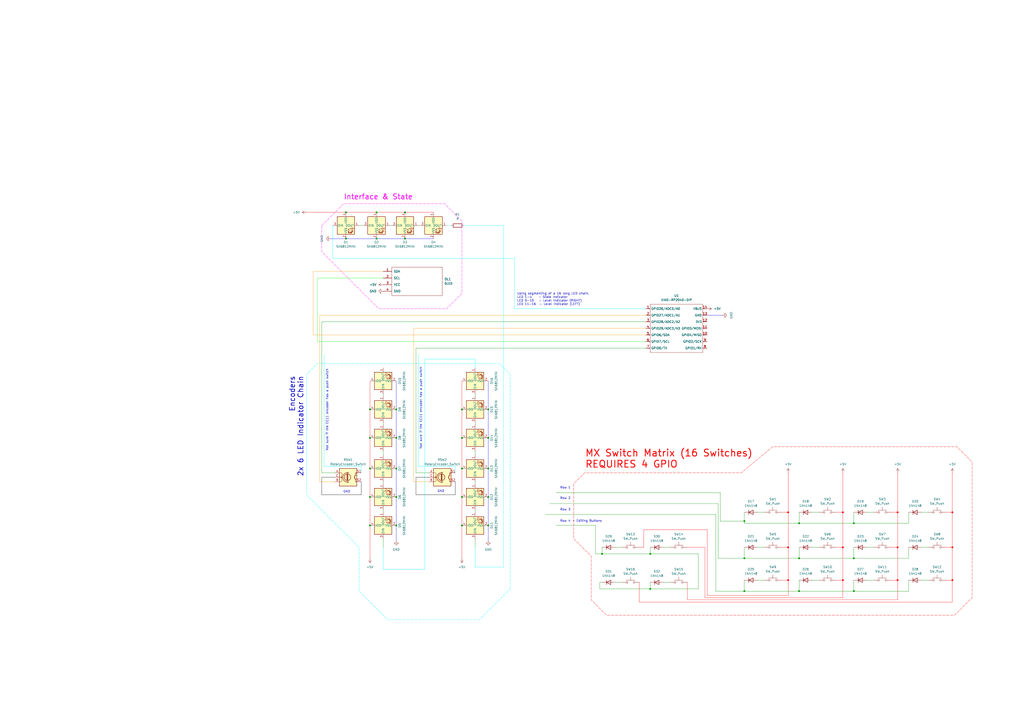
<source format=kicad_sch>
(kicad_sch (version 20250114) (generator "eeschema") (generator_version "9.0")
  (paper "A2")
  (title_block (title "HACKPAD - BRICK") (date "2025-12-01") (company "I.R.I.S - R&D") (comment 1 "Created by Niko Angelo"))
  (lib_symbols
    (symbol "Device:R" (pin_numbers (hide yes)) (pin_names (offset 0))
      (property "Reference" "R" (at 2.032 0 90))
      (property "Value" "R" (at 0 0 90))
      (symbol "R_0_1"
        (rectangle (start -1.016 -2.54) (end 1.016 2.54) (stroke (width 0.254)))
      )
      (symbol "R_1_1"
        (pin passive line (at 0 3.81 270) (length 1.27) (name "~") (number "1"))
        (pin passive line (at 0 -3.81 90) (length 1.27) (name "~") (number "2"))
      )
    )
    (symbol "Device:RotaryEncoder_Switch" (pin_names (offset 0.254) (hide yes))
      (property "Reference" "SW" (at 0 6.604 0))
      (property "Value" "RotaryEncoder_Switch" (at 0 -6.604 0))
      (symbol "RotaryEncoder_Switch_0_1"
        (rectangle (start -5.08 5.08) (end 5.08 -5.08) (stroke (width 0.254)) (fill (type background)))
        (polyline (pts (xy -5.08 2.54) (xy -3.81 2.54) (xy -3.81 2.032)))
        (polyline (pts (xy -5.08 0) (xy -3.81 0) (xy -3.81 -1.016) (xy -3.302 -2.032)))
        (polyline (pts (xy -5.08 -2.54) (xy -3.81 -2.54) (xy -3.81 -2.032)))
        (polyline (pts (xy -4.318 0) (xy -3.81 0) (xy -3.81 1.016) (xy -3.302 2.032)))
        (circle (center -3.81 0) (radius 0.254) (fill (type outline)))
        (polyline (pts (xy -0.635 -1.778) (xy -0.635 1.778)) (stroke (width 0.254)))
        (circle (center -0.381 0) (radius 1.905) (stroke (width 0.254)))
        (polyline (pts (xy -0.381 -1.778) (xy -0.381 1.778)) (stroke (width 0.254)))
        (arc (start -0.381 -2.794) (mid -3.0988 -0.0635) (end -0.381 2.667) (stroke (width 0.254)))
        (polyline (pts (xy -0.127 1.778) (xy -0.127 -1.778)) (stroke (width 0.254)))
        (polyline (pts (xy 0.254 2.921) (xy -0.508 2.667) (xy 0.127 2.286)) (stroke (width 0.254)))
        (polyline (pts (xy 0.254 -3.048) (xy -0.508 -2.794) (xy 0.127 -2.413)) (stroke (width 0.254)))
        (polyline (pts (xy 3.81 1.016) (xy 3.81 -1.016)) (stroke (width 0.254)))
        (polyline (pts (xy 3.81 0) (xy 3.429 0)) (stroke (width 0.254)))
        (circle (center 4.318 1.016) (radius 0.127) (stroke (width 0.254)))
        (circle (center 4.318 -1.016) (radius 0.127) (stroke (width 0.254)))
        (polyline (pts (xy 5.08 2.54) (xy 4.318 2.54) (xy 4.318 1.016)) (stroke (width 0.254)))
        (polyline (pts (xy 5.08 -2.54) (xy 4.318 -2.54) (xy 4.318 -1.016)) (stroke (width 0.254)))
      )
      (symbol "RotaryEncoder_Switch_1_1"
        (pin passive line (at -7.62 2.54 0) (length 2.54) (name "A") (number "A"))
        (pin passive line (at -7.62 0 0) (length 2.54) (name "C") (number "C"))
        (pin passive line (at -7.62 -2.54 0) (length 2.54) (name "B") (number "B"))
        (pin passive line (at 7.62 2.54 180) (length 2.54) (name "S1") (number "S1"))
        (pin passive line (at 7.62 -2.54 180) (length 2.54) (name "S2") (number "S2"))
      )
    )
    (symbol "Diode:1N4148" (pin_numbers (hide yes)) (pin_names (hide yes))
      (property "Reference" "D" (at 0 2.54 0))
      (property "Value" "1N4148" (at 0 -2.54 0))
      (symbol "1N4148_0_1"
        (polyline (pts (xy -1.27 1.27) (xy -1.27 -1.27)) (stroke (width 0.254)))
        (polyline (pts (xy 1.27 1.27) (xy 1.27 -1.27) (xy -1.27 0) (xy 1.27 1.27)) (stroke (width 0.254)))
        (polyline (pts (xy 1.27 0) (xy -1.27 0)))
      )
      (symbol "1N4148_1_1"
        (pin passive line (at -3.81 0 0) (length 2.54) (name "K") (number "1"))
        (pin passive line (at 3.81 0 180) (length 2.54) (name "A") (number "2"))
      )
    )
    (symbol "LED:SK6812MINI" (pin_names (offset 0.254))
      (property "Reference" "D" (at 5.08 5.715 0))
      (property "Value" "SK6812MINI" (at 1.27 -5.715 0))
      (symbol "SK6812MINI_0_0"
        (text "RGB" (at 2.286 -4.191 0) (effects (font (size 0.762 0.762))))
      )
      (symbol "SK6812MINI_0_1"
        (polyline (pts (xy 1.27 -2.54) (xy 1.778 -2.54)))
        (polyline (pts (xy 1.27 -3.556) (xy 1.778 -3.556)))
        (polyline (pts (xy 2.286 -1.524) (xy 1.27 -2.54) (xy 1.27 -2.032)))
        (polyline (pts (xy 2.286 -2.54) (xy 1.27 -3.556) (xy 1.27 -3.048)))
        (polyline (pts (xy 3.683 -1.016) (xy 3.683 -3.556) (xy 3.683 -4.064)))
        (polyline (pts (xy 4.699 -1.524) (xy 2.667 -1.524) (xy 3.683 -3.556) (xy 4.699 -1.524)))
        (polyline (pts (xy 4.699 -3.556) (xy 2.667 -3.556)))
        (rectangle (start 5.08 5.08) (end -5.08 -5.08) (stroke (width 0.254)) (fill (type background)))
      )
      (symbol "SK6812MINI_1_1"
        (pin input line (at -7.62 0 0) (length 2.54) (name "DIN") (number "3"))
        (pin power_in line (at 0 7.62 270) (length 2.54) (name "VDD") (number "4"))
        (pin power_in line (at 0 -7.62 90) (length 2.54) (name "VSS") (number "2"))
        (pin output line (at 7.62 0 180) (length 2.54) (name "DOUT") (number "1"))
      )
    )
    (symbol "Seeed OPL:XIAO-RP2040-DIP"
      (property "Reference" "U" (at 0 0 0))
      (property "Value" "XIAO-RP2040-DIP" (at 5.334 -1.778 0))
      (symbol "XIAO-RP2040-DIP_1_0"
        (polyline (pts (xy -1.27 -2.54) (xy 29.21 -2.54)) (stroke (width 0.1524)))
        (polyline (pts (xy -1.27 -5.08) (xy -2.54 -5.08)) (stroke (width 0.1524)))
        (polyline (pts (xy -1.27 -5.08) (xy -1.27 -2.54)) (stroke (width 0.1524)))
        (polyline (pts (xy -1.27 -8.89) (xy -2.54 -8.89)) (stroke (width 0.1524)))
        (polyline (pts (xy -1.27 -8.89) (xy -1.27 -5.08)) (stroke (width 0.1524)))
        (polyline (pts (xy -1.27 -12.7) (xy -2.54 -12.7)) (stroke (width 0.1524)))
        (polyline (pts (xy -1.27 -12.7) (xy -1.27 -8.89)) (stroke (width 0.1524)))
        (polyline (pts (xy -1.27 -16.51) (xy -2.54 -16.51)) (stroke (width 0.1524)))
        (polyline (pts (xy -1.27 -16.51) (xy -1.27 -12.7)) (stroke (width 0.1524)))
        (polyline (pts (xy -1.27 -20.32) (xy -2.54 -20.32)) (stroke (width 0.1524)))
        (polyline (pts (xy -1.27 -24.13) (xy -2.54 -24.13)) (stroke (width 0.1524)))
        (polyline (pts (xy -1.27 -27.94) (xy -2.54 -27.94)) (stroke (width 0.1524)))
        (polyline (pts (xy -1.27 -30.48) (xy -1.27 -16.51)) (stroke (width 0.1524)))
        (polyline (pts (xy 29.21 -2.54) (xy 29.21 -5.08)) (stroke (width 0.1524)))
        (polyline (pts (xy 29.21 -5.08) (xy 29.21 -8.89)) (stroke (width 0.1524)))
        (polyline (pts (xy 29.21 -8.89) (xy 29.21 -12.7)) (stroke (width 0.1524)))
        (polyline (pts (xy 29.21 -12.7) (xy 29.21 -30.48)) (stroke (width 0.1524)))
        (polyline (pts (xy 29.21 -30.48) (xy -1.27 -30.48)) (stroke (width 0.1524)))
        (polyline (pts (xy 30.48 -5.08) (xy 29.21 -5.08)) (stroke (width 0.1524)))
        (polyline (pts (xy 30.48 -8.89) (xy 29.21 -8.89)) (stroke (width 0.1524)))
        (polyline (pts (xy 30.48 -12.7) (xy 29.21 -12.7)) (stroke (width 0.1524)))
        (polyline (pts (xy 30.48 -16.51) (xy 29.21 -16.51)) (stroke (width 0.1524)))
        (polyline (pts (xy 30.48 -20.32) (xy 29.21 -20.32)) (stroke (width 0.1524)))
        (polyline (pts (xy 30.48 -24.13) (xy 29.21 -24.13)) (stroke (width 0.1524)))
        (polyline (pts (xy 30.48 -27.94) (xy 29.21 -27.94)) (stroke (width 0.1524)))
        (pin passive line (at -3.81 -5.08 0) (length 2.54) (name "GPIO26/ADC0/A0") (number "1"))
        (pin passive line (at -3.81 -8.89 0) (length 2.54) (name "GPIO27/ADC1/A1") (number "2"))
        (pin passive line (at -3.81 -12.7 0) (length 2.54) (name "GPIO28/ADC2/A2") (number "3"))
        (pin passive line (at -3.81 -16.51 0) (length 2.54) (name "GPIO29/ADC3/A3") (number "4"))
        (pin passive line (at -3.81 -20.32 0) (length 2.54) (name "GPIO6/SDA") (number "5"))
        (pin passive line (at -3.81 -24.13 0) (length 2.54) (name "GPIO7/SCL") (number "6"))
        (pin passive line (at -3.81 -27.94 0) (length 2.54) (name "GPIO0/TX") (number "7"))
        (pin passive line (at 31.75 -5.08 180) (length 2.54) (name "VBUS") (number "14"))
        (pin passive line (at 31.75 -8.89 180) (length 2.54) (name "GND") (number "13"))
        (pin passive line (at 31.75 -12.7 180) (length 2.54) (name "3V3") (number "12"))
        (pin passive line (at 31.75 -16.51 180) (length 2.54) (name "GPIO3/MOSI") (number "11"))
        (pin passive line (at 31.75 -20.32 180) (length 2.54) (name "GPIO4/MISO") (number "10"))
        (pin passive line (at 31.75 -24.13 180) (length 2.54) (name "GPIO2/SCK") (number "9"))
        (pin passive line (at 31.75 -27.94 180) (length 2.54) (name "GPIO1/RX") (number "8"))
      )
    )
    (symbol "Switch:SW_Push" (pin_numbers (hide yes)) (pin_names (offset 1.016) (hide yes))
      (property "Reference" "SW" (at 1.27 2.54 0))
      (property "Value" "SW_Push" (at 0 -1.524 0))
      (symbol "SW_Push_0_1"
        (circle (center -2.032 0) (radius 0.508))
        (polyline (pts (xy 0 1.27) (xy 0 3.048)))
        (circle (center 2.032 0) (radius 0.508))
        (polyline (pts (xy 2.54 1.27) (xy -2.54 1.27)))
        (pin passive line (at -5.08 0 0) (length 2.54) (name "1") (number "1"))
        (pin passive line (at 5.08 0 180) (length 2.54) (name "2") (number "2"))
      )
    )
    (symbol "kbd:OLED" (pin_names (offset 1.016))
      (property "Reference" "OL" (at 0 2.54 0))
      (property "Value" "OLED" (at 0 -1.27 0))
      (symbol "OLED_0_1"
        (rectangle (start -13.97 8.89) (end 15.24 -7.62))
      )
      (symbol "OLED_1_1"
        (pin bidirectional line (at -19.05 6.35 0) (length 5.08) (name "SDA") (number "1"))
        (pin bidirectional line (at -19.05 2.54 0) (length 5.08) (name "SCL") (number "2"))
        (pin power_in line (at -19.05 -1.27 0) (length 5.08) (name "VCC") (number "3"))
        (pin power_in line (at -19.05 -5.08 0) (length 5.08) (name "GND") (number "4"))
      )
    )
    (symbol "power:+5V" (power) (pin_numbers (hide yes)) (pin_names (offset 0) (hide yes))
      (property "Value" "+5V" (at 0 3.556 0))
      (symbol "+5V_0_1"
        (polyline (pts (xy -0.762 1.27) (xy 0 2.54)))
        (polyline (pts (xy 0 2.54) (xy 0.762 1.27)))
        (polyline (pts (xy 0 0) (xy 0 2.54)))
      )
      (symbol "+5V_1_1"
        (pin power_in line (at 0 0 90) (length 0) (name "~") (number "1"))
      )
    )
    (symbol "power:GND" (power) (pin_numbers (hide yes)) (pin_names (offset 0) (hide yes))
      (property "Value" "GND" (at 0 -3.81 0))
      (symbol "GND_0_1"
        (polyline (pts (xy 0 0) (xy 0 -1.27) (xy 1.27 -1.27) (xy 0 -2.54) (xy -1.27 -1.27) (xy 0 -1.27)))
      )
      (symbol "GND_1_1"
        (pin power_in line (at 0 0 270) (length 0) (name "~") (number "1"))
      )
    )
  )
  (text "Row 1" (at 324.866 282.956 0) (effects (font (size 1.27 1.27)) (justify left)))
  (text "GND" (at 201.168 285.242 0) (effects (font (size 1.27 1.27))))
  (text "Row 3" (at 324.866 295.656 0) (effects (font (size 1.27 1.27)) (justify left)))
  (text "Row 2" (at 324.866 289.052 0) (effects (font (size 1.27 1.27)) (justify left)))
  (text "Not sure if the EC11 encoder has a push switch" (at 189.738 237.744 90) (effects (font (size 1.27 1.27))))
  (text "Row 4 - Editing Buttons" (at 324.866 302.26 0) (effects (font (size 1.27 1.27)) (justify left)))
  (text "Encoders\n2x 6 LED Indicator Chain" (at 171.958 218.186 90) (effects (font (size 3 3) (thickness 0.375)) (justify right)))
  (text "Using segmenting of a 16 long LED chain.\nLED 1-4    - State Indicator\nLED 5-10   - Level Indicator (RIGHT)\nLED 11-16  - Level Indicator (LEFT)" (at 299.974 173.482 0) (effects (font (size 1.27 1.27)) (justify left)))
  (text "GND" (at 255.778 284.988 0) (effects (font (size 1.27 1.27))))
  (text "MX Switch Matrix (16 Switches)\nREQUIRES 4 GPIO" (at 339.344 266.192 0) (effects (font (size 4 4) (thickness 0.5)) (justify left)))
  (text "Not sure if the EC11 encoder has a push switch" (at 244.094 236.728 90) (effects (font (size 1.27 1.27))))
  (text "Interface & State" (at 219.456 114.3 0) (effects (font (size 3 3) (thickness 0.375))))
  (junction (at 229.87 288.29))
  (junction (at 267.97 271.78))
  (junction (at 283.21 304.8))
  (junction (at 495.3 303.53))
  (junction (at 283.21 237.49))
  (junction (at 457.2 317.5) (color 255 0 0 1))
  (junction (at 488.95 317.5) (color 255 0 0 1))
  (junction (at 218.44 138.43))
  (junction (at 214.63 254))
  (junction (at 200.66 138.43))
  (junction (at 214.63 237.49))
  (junction (at 431.8 302.26))
  (junction (at 214.63 304.8))
  (junction (at 267.97 254))
  (junction (at 229.87 237.49))
  (junction (at 488.95 336.55) (color 255 0 0 1))
  (junction (at 495.3 342.9))
  (junction (at 377.19 321.31))
  (junction (at 214.63 288.29))
  (junction (at 520.7 317.5) (color 255 0 0 1))
  (junction (at 229.87 304.8))
  (junction (at 229.87 271.78))
  (junction (at 214.63 271.78))
  (junction (at 349.25 321.31))
  (junction (at 457.2 336.55) (color 255 0 0 1))
  (junction (at 200.66 123.19))
  (junction (at 267.97 304.8))
  (junction (at 283.21 288.29))
  (junction (at 463.55 303.53))
  (junction (at 283.21 271.78))
  (junction (at 283.21 254))
  (junction (at 234.95 138.43))
  (junction (at 431.8 342.9))
  (junction (at 520.7 297.18) (color 255 0 0 1))
  (junction (at 377.19 341.63))
  (junction (at 463.55 323.85))
  (junction (at 234.95 123.19))
  (junction (at 552.45 297.18) (color 255 0 0 1))
  (junction (at 267.97 288.29))
  (junction (at 495.3 323.85))
  (junction (at 552.45 317.5) (color 255 0 0 1))
  (junction (at 488.95 297.18) (color 255 0 0 1))
  (junction (at 267.97 237.49))
  (junction (at 463.55 342.9))
  (junction (at 552.45 336.55) (color 255 0 0 1))
  (junction (at 218.44 123.19))
  (junction (at 520.7 336.55) (color 255 0 0 1))
  (junction (at 431.8 323.85))
  (junction (at 229.87 254))
  (junction (at 457.2 297.18) (color 255 0 0 1))
  (wire (pts (xy 292.1 130.81) (xy 292.1 328.93)) (stroke (width 0) (color 0 255 255 1)))
  (wire (pts (xy 457.2 345.44) (xy 457.2 336.55)) (stroke (width 0) (color 255 0 0 1)))
  (wire (pts (xy 548.64 297.18) (xy 552.45 297.18)) (stroke (width 0) (color 255 0 0 1)))
  (wire (pts (xy 373.38 307.34) (xy 410.21 307.34)) (stroke (width 0) (color 255 0 0 1)))
  (wire (pts (xy 218.44 138.43) (xy 234.95 138.43)) (stroke (width 0) (color 0 0 255 1)))
  (wire (pts (xy 209.55 279.4) (xy 209.55 287.02)) (stroke (width 0) (color 0 0 0 1)))
  (wire (pts (xy 431.8 342.9) (xy 415.29 342.9)))
  (wire (pts (xy 410.21 307.34) (xy 410.21 345.44)) (stroke (width 0) (color 255 0 0 1)))
  (wire (pts (xy 345.44 321.31) (xy 349.25 321.31)))
  (wire (pts (xy 275.59 317.5) (xy 275.59 312.42)))
  (wire (pts (xy 439.42 297.18) (xy 443.23 297.18)))
  (wire (pts (xy 457.2 274.32) (xy 457.2 297.18)) (stroke (width 0) (color 255 0 0 1)))
  (wire (pts (xy 502.92 317.5) (xy 506.73 317.5)))
  (wire (pts (xy 457.2 317.5) (xy 457.2 336.55)) (stroke (width 0) (color 255 0 0 1)))
  (wire (pts (xy 347.98 341.63) (xy 377.19 341.63)))
  (wire (pts (xy 552.45 317.5) (xy 552.45 336.55)) (stroke (width 0) (color 255 0 0 1)))
  (wire (pts (xy 345.44 321.31) (xy 345.44 304.8)))
  (wire (pts (xy 471.17 317.5) (xy 474.98 317.5)))
  (wire (pts (xy 356.87 337.82) (xy 360.68 337.82)))
  (wire (pts (xy 229.87 271.78) (xy 229.87 254)) (stroke (width 0) (color 0 0 255 1)))
  (wire (pts (xy 240.03 190.5) (xy 240.03 279.4)) (stroke (width 0) (color 255 153 0 1)))
  (wire (pts (xy 200.66 123.19) (xy 218.44 123.19)) (stroke (width 0) (color 255 0 0 1)))
  (wire (pts (xy 298.45 149.86) (xy 298.45 179.07)) (stroke (width 0) (color 0 255 255 1)))
  (wire (pts (xy 516.89 336.55) (xy 520.7 336.55)) (stroke (width 0) (color 255 0 0 1)))
  (wire (pts (xy 398.78 317.5) (xy 408.94 317.5)) (stroke (width 0) (color 255 0 0 1)))
  (wire (pts (xy 218.44 123.19) (xy 234.95 123.19)) (stroke (width 0) (color 255 0 0 1)))
  (wire (pts (xy 177.8 123.19) (xy 200.66 123.19)) (stroke (width 0) (color 255 0 0 1)))
  (wire (pts (xy 405.13 341.63) (xy 377.19 341.63)))
  (wire (pts (xy 264.16 287.02) (xy 241.3 287.02)) (stroke (width 0) (color 0 0 0 1)))
  (wire (pts (xy 267.97 304.8) (xy 267.97 323.85)) (stroke (width 0) (color 255 0 0 1)))
  (wire (pts (xy 186.69 287.02) (xy 186.69 276.86)) (stroke (width 0) (color 0 0 0 1)))
  (wire (pts (xy 520.7 347.98) (xy 520.7 336.55)) (stroke (width 0) (color 255 0 0 1)))
  (wire (pts (xy 495.3 317.5) (xy 495.3 323.85)))
  (wire (pts (xy 527.05 336.55) (xy 527.05 342.9)))
  (wire (pts (xy 234.95 123.19) (xy 234.95 123.777)))
  (wire (pts (xy 214.63 288.29) (xy 214.63 271.78)) (stroke (width 0) (color 255 0 0 1)))
  (wire (pts (xy 485.14 336.55) (xy 488.95 336.55)) (stroke (width 0) (color 255 0 0 1)))
  (wire (pts (xy 408.94 346.71) (xy 488.95 346.71)) (stroke (width 0) (color 255 0 0 1)))
  (wire (pts (xy 222.25 317.5) (xy 222.25 330.2)) (stroke (width 0) (color 0 255 255 1)))
  (wire (pts (xy 222.25 157.48) (xy 181.61 157.48)) (stroke (width 0) (color 255 153 0 1)))
  (wire (pts (xy 534.67 297.18) (xy 538.48 297.18)))
  (wire (pts (xy 209.55 274.32) (xy 209.55 270.51)) (stroke (width 0) (color 0 255 255 1)))
  (wire (pts (xy 552.45 274.32) (xy 552.45 297.18)) (stroke (width 0) (color 255 0 0 1)))
  (wire (pts (xy 186.69 186.69) (xy 374.65 186.69)))
  (wire (pts (xy 222.25 246.38) (xy 222.25 245.11)))
  (wire (pts (xy 283.21 271.78) (xy 283.21 254)) (stroke (width 0) (color 0 0 255 1)))
  (wire (pts (xy 275.59 208.28) (xy 246.38 208.28)) (stroke (width 0) (color 0 255 255 1)))
  (wire (pts (xy 185.42 182.88) (xy 374.65 182.88)) (stroke (width 0) (color 255 153 0 1)))
  (wire (pts (xy 488.95 297.18) (xy 488.95 317.5)) (stroke (width 0) (color 255 0 0 1)))
  (wire (pts (xy 267.97 237.49) (xy 268.557 237.49)))
  (wire (pts (xy 463.55 317.5) (xy 463.55 323.85)))
  (wire (pts (xy 384.81 337.82) (xy 388.62 337.82)))
  (wire (pts (xy 185.42 182.88) (xy 185.42 279.4)) (stroke (width 0) (color 255 153 0 1)))
  (wire (pts (xy 431.8 303.53) (xy 463.55 303.53)))
  (wire (pts (xy 405.13 321.31) (xy 405.13 341.63)))
  (wire (pts (xy 431.8 323.85) (xy 463.55 323.85)))
  (wire (pts (xy 408.94 317.5) (xy 408.94 346.71)) (stroke (width 0) (color 255 0 0 1)))
  (wire (pts (xy 194.31 274.32) (xy 186.69 274.32)))
  (wire (pts (xy 275.59 213.36) (xy 275.59 208.28)) (stroke (width 0) (color 0 255 255 1)))
  (wire (pts (xy 485.14 317.5) (xy 488.95 317.5)) (stroke (width 0) (color 255 0 0 1)))
  (wire (pts (xy 318.77 292.1) (xy 416.56 292.1)))
  (wire (pts (xy 241.3 287.02) (xy 241.3 276.86)) (stroke (width 0) (color 0 0 0 1)))
  (wire (pts (xy 463.55 342.9) (xy 495.3 342.9)))
  (wire (pts (xy 463.55 336.55) (xy 463.55 342.9)))
  (wire (pts (xy 229.87 304.8) (xy 229.87 288.29)) (stroke (width 0) (color 0 0 255 1)))
  (wire (pts (xy 527.05 297.18) (xy 527.05 303.53)))
  (wire (pts (xy 229.87 237.49) (xy 229.87 220.98)) (stroke (width 0) (color 0 0 255 1)))
  (wire (pts (xy 234.95 138.43) (xy 251.46 138.43)) (stroke (width 0) (color 0 0 255 1)))
  (wire (pts (xy 209.55 270.51) (xy 187.96 270.51)) (stroke (width 0) (color 0 255 255 1)))
  (wire (pts (xy 410.21 182.88) (xy 419.1 182.88)) (stroke (width 0) (color 0 0 255 1)))
  (wire (pts (xy 431.8 317.5) (xy 431.8 323.85)))
  (wire (pts (xy 214.63 271.78) (xy 214.63 254)) (stroke (width 0) (color 255 0 0 1)))
  (wire (pts (xy 322.58 304.8) (xy 345.44 304.8)))
  (wire (pts (xy 186.69 276.86) (xy 194.31 276.86)) (stroke (width 0) (color 0 0 0 1)))
  (wire (pts (xy 275.59 264.16) (xy 275.59 261.62)))
  (wire (pts (xy 241.3 201.93) (xy 374.65 201.93)))
  (wire (pts (xy 214.63 254) (xy 214.63 237.49)) (stroke (width 0) (color 255 0 0 1)))
  (wire (pts (xy 347.98 337.82) (xy 349.25 337.82)))
  (wire (pts (xy 283.21 304.8) (xy 283.21 288.29)) (stroke (width 0) (color 0 0 255 1)))
  (wire (pts (xy 552.45 349.25) (xy 552.45 336.55)) (stroke (width 0) (color 255 0 0 1)))
  (wire (pts (xy 267.97 220.98) (xy 267.97 237.49)) (stroke (width 0) (color 255 0 0 1)))
  (wire (pts (xy 248.92 279.4) (xy 240.03 279.4)) (stroke (width 0) (color 255 153 0 1)))
  (wire (pts (xy 495.3 303.53) (xy 527.05 303.53)))
  (wire (pts (xy 495.3 297.18) (xy 495.3 303.53)))
  (wire (pts (xy 184.15 161.29) (xy 184.15 198.12)) (stroke (width 0) (color 0 255 0 1)))
  (wire (pts (xy 416.56 323.85) (xy 416.56 292.1)))
  (wire (pts (xy 373.38 317.5) (xy 373.38 307.34)) (stroke (width 0) (color 255 0 0 1)))
  (wire (pts (xy 495.3 336.55) (xy 495.3 342.9)))
  (wire (pts (xy 246.38 208.28) (xy 246.38 330.2)) (stroke (width 0) (color 0 255 255 1)))
  (wire (pts (xy 222.25 280.67) (xy 222.25 279.4)))
  (wire (pts (xy 488.95 317.5) (xy 488.95 336.55)) (stroke (width 0) (color 255 0 0 1)))
  (wire (pts (xy 214.63 237.49) (xy 215.217 237.49)))
  (wire (pts (xy 398.78 347.98) (xy 520.7 347.98)) (stroke (width 0) (color 255 0 0 1)))
  (wire (pts (xy 370.84 337.82) (xy 370.84 349.25)) (stroke (width 0) (color 255 0 0 1)))
  (wire (pts (xy 181.61 157.48) (xy 181.61 194.31)) (stroke (width 0) (color 255 153 0 1)))
  (wire (pts (xy 453.39 317.5) (xy 457.2 317.5)) (stroke (width 0) (color 255 0 0 1)))
  (wire (pts (xy 457.2 297.18) (xy 457.2 317.5)) (stroke (width 0) (color 255 0 0 1)))
  (wire (pts (xy 222.25 317.5) (xy 222.25 312.42)))
  (wire (pts (xy 384.81 317.5) (xy 388.62 317.5)))
  (wire (pts (xy 431.8 336.55) (xy 431.8 342.9)))
  (wire (pts (xy 453.39 336.55) (xy 457.2 336.55)) (stroke (width 0) (color 255 0 0 1)))
  (wire (pts (xy 267.97 288.29) (xy 267.97 271.78)) (stroke (width 0) (color 255 0 0 1)))
  (wire (pts (xy 267.97 254) (xy 267.97 237.49)) (stroke (width 0) (color 255 0 0 1)))
  (wire (pts (xy 222.25 297.18) (xy 222.25 295.91)))
  (wire (pts (xy 316.23 298.45) (xy 415.29 298.45)))
  (wire (pts (xy 471.17 297.18) (xy 474.98 297.18)))
  (wire (pts (xy 471.17 336.55) (xy 474.98 336.55)))
  (wire (pts (xy 377.19 321.31) (xy 405.13 321.31)))
  (wire (pts (xy 229.87 254) (xy 229.87 237.49)) (stroke (width 0) (color 0 0 255 1)))
  (wire (pts (xy 208.28 130.81) (xy 210.82 130.81)))
  (wire (pts (xy 275.59 229.87) (xy 275.59 228.6)))
  (wire (pts (xy 200.66 138.43) (xy 218.44 138.43)) (stroke (width 0) (color 0 0 255 1)))
  (wire (pts (xy 193.04 149.86) (xy 298.45 149.86)) (stroke (width 0) (color 0 255 255 1)))
  (wire (pts (xy 516.89 317.5) (xy 520.7 317.5)) (stroke (width 0) (color 255 0 0 1)))
  (wire (pts (xy 495.3 323.85) (xy 527.05 323.85)))
  (wire (pts (xy 269.24 130.81) (xy 292.1 130.81)) (stroke (width 0) (color 0 255 255 1)))
  (wire (pts (xy 184.15 198.12) (xy 374.65 198.12)) (stroke (width 0) (color 0 255 0 1)))
  (wire (pts (xy 502.92 336.55) (xy 506.73 336.55)))
  (wire (pts (xy 552.45 297.18) (xy 552.45 317.5)) (stroke (width 0) (color 255 0 0 1)))
  (wire (pts (xy 283.21 254) (xy 283.21 237.49)) (stroke (width 0) (color 0 0 255 1)))
  (wire (pts (xy 439.42 336.55) (xy 443.23 336.55)))
  (wire (pts (xy 488.95 297.18) (xy 485.14 297.18)) (stroke (width 0) (color 255 0 0 1)))
  (wire (pts (xy 548.64 317.5) (xy 552.45 317.5)) (stroke (width 0) (color 255 0 0 1)))
  (wire (pts (xy 229.87 304.8) (xy 229.87 313.69)) (stroke (width 0) (color 0 0 255 1)))
  (wire (pts (xy 488.95 346.71) (xy 488.95 336.55)) (stroke (width 0) (color 255 0 0 1)))
  (wire (pts (xy 186.69 186.69) (xy 186.69 274.32)))
  (wire (pts (xy 193.04 130.81) (xy 193.04 149.86)) (stroke (width 0) (color 0 255 255 1)))
  (wire (pts (xy 181.61 194.31) (xy 374.65 194.31)) (stroke (width 0) (color 255 153 0 1)))
  (wire (pts (xy 495.3 342.9) (xy 527.05 342.9)))
  (wire (pts (xy 214.63 220.98) (xy 214.63 237.49)) (stroke (width 0) (color 255 0 0 1)))
  (wire (pts (xy 463.55 297.18) (xy 463.55 303.53)))
  (wire (pts (xy 463.55 303.53) (xy 495.3 303.53)))
  (wire (pts (xy 431.8 323.85) (xy 416.56 323.85)))
  (wire (pts (xy 240.03 190.5) (xy 374.65 190.5)) (stroke (width 0) (color 255 153 0 1)))
  (wire (pts (xy 548.64 336.55) (xy 552.45 336.55)) (stroke (width 0) (color 255 0 0 1)))
  (wire (pts (xy 283.21 304.8) (xy 283.21 313.69)) (stroke (width 0) (color 0 0 255 1)))
  (wire (pts (xy 242.57 130.81) (xy 243.84 130.81)))
  (wire (pts (xy 431.8 302.26) (xy 417.83 302.26)))
  (wire (pts (xy 241.3 201.93) (xy 241.3 274.32)))
  (wire (pts (xy 241.3 276.86) (xy 248.92 276.86)) (stroke (width 0) (color 0 0 0 1)))
  (wire (pts (xy 200.66 138.43) (xy 191.77 138.43)) (stroke (width 0) (color 0 0 255 1)))
  (wire (pts (xy 502.92 297.18) (xy 506.73 297.18)))
  (wire (pts (xy 398.78 337.82) (xy 398.78 347.98)) (stroke (width 0) (color 255 0 0 1)))
  (wire (pts (xy 275.59 246.38) (xy 275.59 245.11)))
  (wire (pts (xy 214.63 288.29) (xy 214.63 304.8)) (stroke (width 0) (color 255 0 0 1)))
  (wire (pts (xy 534.67 317.5) (xy 538.48 317.5)))
  (wire (pts (xy 431.8 342.9) (xy 463.55 342.9)))
  (wire (pts (xy 283.21 237.49) (xy 283.21 220.98)) (stroke (width 0) (color 0 0 255 1)))
  (wire (pts (xy 229.87 288.29) (xy 229.87 271.78)) (stroke (width 0) (color 0 0 255 1)))
  (wire (pts (xy 463.55 323.85) (xy 495.3 323.85)))
  (wire (pts (xy 248.92 274.32) (xy 241.3 274.32)))
  (wire (pts (xy 275.59 280.67) (xy 275.59 279.4)))
  (wire (pts (xy 356.87 317.5) (xy 360.68 317.5)))
  (wire (pts (xy 275.59 297.18) (xy 275.59 295.91)))
  (wire (pts (xy 267.97 288.29) (xy 267.97 304.8)) (stroke (width 0) (color 255 0 0 1)))
  (wire (pts (xy 246.38 330.2) (xy 222.25 330.2)) (stroke (width 0) (color 0 255 255 1)))
  (wire (pts (xy 415.29 342.9) (xy 415.29 298.45)))
  (wire (pts (xy 377.19 341.63) (xy 377.19 337.82)))
  (wire (pts (xy 534.67 336.55) (xy 538.48 336.55)))
  (wire (pts (xy 370.84 317.5) (xy 373.38 317.5)) (stroke (width 0) (color 255 0 0 1)))
  (wire (pts (xy 349.25 317.5) (xy 349.25 321.31)))
  (wire (pts (xy 453.39 297.18) (xy 457.2 297.18)) (stroke (width 0) (color 255 0 0 1)))
  (wire (pts (xy 267.97 271.78) (xy 267.97 254)) (stroke (width 0) (color 255 0 0 1)))
  (wire (pts (xy 347.98 337.82) (xy 347.98 341.63)))
  (wire (pts (xy 431.8 297.18) (xy 431.8 302.26)))
  (wire (pts (xy 275.59 317.5) (xy 275.59 328.93)) (stroke (width 0) (color 0 255 255 1)))
  (wire (pts (xy 322.58 285.75) (xy 417.83 285.75)))
  (wire (pts (xy 209.55 287.02) (xy 186.69 287.02)) (stroke (width 0) (color 0 0 0 1)))
  (wire (pts (xy 527.05 317.5) (xy 527.05 323.85)))
  (wire (pts (xy 242.57 205.74) (xy 242.57 270.51)) (stroke (width 0) (color 0 255 255 1)))
  (wire (pts (xy 222.25 229.87) (xy 222.25 228.6)))
  (wire (pts (xy 214.63 304.8) (xy 214.63 323.85)) (stroke (width 0) (color 255 0 0 1)))
  (wire (pts (xy 488.95 274.32) (xy 488.95 297.18)) (stroke (width 0) (color 255 0 0 1)))
  (wire (pts (xy 298.45 179.07) (xy 374.65 179.07)) (stroke (width 0) (color 0 255 255 1)))
  (wire (pts (xy 264.16 274.32) (xy 264.16 270.51)) (stroke (width 0) (color 0 255 255 1)))
  (wire (pts (xy 187.96 205.74) (xy 187.96 270.51)) (stroke (width 0) (color 0 255 255 1)))
  (wire (pts (xy 377.19 317.5) (xy 377.19 321.31)))
  (wire (pts (xy 251.46 123.19) (xy 234.95 123.19)) (stroke (width 0) (color 255 0 0 1)))
  (wire (pts (xy 370.84 349.25) (xy 552.45 349.25)) (stroke (width 0) (color 255 0 0 1)))
  (wire (pts (xy 439.42 317.5) (xy 443.23 317.5)))
  (wire (pts (xy 222.25 161.29) (xy 184.15 161.29)) (stroke (width 0) (color 0 255 0 1)))
  (wire (pts (xy 222.25 264.16) (xy 222.25 261.62)))
  (wire (pts (xy 194.31 279.4) (xy 185.42 279.4)) (stroke (width 0) (color 255 153 0 1)))
  (wire (pts (xy 226.06 130.81) (xy 227.33 130.81)))
  (wire (pts (xy 520.7 317.5) (xy 520.7 336.55)) (stroke (width 0) (color 255 0 0 1)))
  (wire (pts (xy 520.7 297.18) (xy 520.7 317.5)) (stroke (width 0) (color 255 0 0 1)))
  (wire (pts (xy 431.8 302.26) (xy 431.8 303.53)))
  (wire (pts (xy 264.16 279.4) (xy 264.16 287.02)) (stroke (width 0) (color 0 0 0 1)))
  (wire (pts (xy 410.21 345.44) (xy 457.2 345.44)) (stroke (width 0) (color 255 0 0 1)))
  (wire (pts (xy 259.08 130.81) (xy 261.62 130.81)) (stroke (width 0) (color 0 255 255 1)))
  (wire (pts (xy 516.89 297.18) (xy 520.7 297.18)) (stroke (width 0) (color 255 0 0 1)))
  (wire (pts (xy 417.83 302.26) (xy 417.83 285.75)))
  (wire (pts (xy 349.25 321.31) (xy 377.19 321.31)))
  (wire (pts (xy 292.1 328.93) (xy 275.59 328.93)) (stroke (width 0) (color 0 255 255 1)))
  (wire (pts (xy 283.21 288.29) (xy 283.21 271.78)) (stroke (width 0) (color 0 0 255 1)))
  (wire (pts (xy 520.7 274.32) (xy 520.7 297.18)) (stroke (width 0) (color 255 0 0 1)))
  (wire (pts (xy 264.16 270.51) (xy 242.57 270.51)) (stroke (width 0) (color 0 255 255 1)))
  (rule_area (polyline (pts (xy 332.74 280.67) (xy 332.74 312.42) (xy 342.9 322.58) (xy 342.9 347.98) (xy 351.79 356.87) (xy 553.72 356.87) (xy 563.88 346.71) (xy 563.88 267.97) (xy 554.99 259.08) (xy 448.31 259.08) (xy 429.895 274.32) (xy 344.805 274.32) (xy 340.36 274.32) (xy 339.09 274.32)) (stroke (width 0) (type dash))))
  (rule_area (polyline (pts (xy 186.69 130.81) (xy 199.39 118.11) (xy 257.81 118.11) (xy 267.97 128.27) (xy 267.97 170.18) (xy 259.08 179.07) (xy 219.71 179.07) (xy 186.69 146.05) (xy 186.69 146.05)) (stroke (width 0) (type dash) (color 255 0 255 1))))
  (rule_area (polyline (pts (xy 295.91 341.63) (xy 295.91 217.17) (xy 289.56 210.82) (xy 184.15 210.82) (xy 177.8 217.17) (xy 177.8 287.02) (xy 208.28 317.5) (xy 208.28 342.9) (xy 224.79 359.41) (xy 278.13 359.41)) (stroke (width 0) (type dash) (color 0 255 255 1))))
  (symbol (lib_id "LED:SK6812MINI") (at 275.59 220.98 90) (unit 1)
    (property "Reference" "D16" (at 285.242 220.98 0))
    (property "Value" "SK6812MINI" (at 287.782 220.98 0))
    (property "Footprint" "LED_SMD:LED_SK6812MINI_PLCC4_3.5x3.5mm_P1.75mm" (effects (hide yes)))
    (property "Datasheet" "https://cdn-shop.adafruit.com/product-files/2686/SK6812MINI_REV.01-1-2.pdf" (effects (hide yes)))
    (property "Description" "RGB LED with integrated controller" (effects (hide yes)))
  )
  (symbol (lib_id "Switch:SW_Push") (at 448.31 297.18 0) (unit 1)
    (property "Reference" "SW1" (at 448.31 289.56 0))
    (property "Value" "SW_Push" (at 448.31 292.1 0))
    (property "Footprint" "Button_Switch_Keyboard:SW_Cherry_MX_1.00u_PCB" (effects (hide yes)))
    (property "Description" "Push button switch, generic, two pins" (effects (hide yes)))
  )
  (symbol (lib_id "LED:SK6812MINI") (at 222.25 237.49 90) (unit 1)
    (property "Reference" "D9" (at 231.902 237.49 0))
    (property "Value" "SK6812MINI" (at 234.442 237.49 0))
    (property "Footprint" "LED_SMD:LED_SK6812MINI_PLCC4_3.5x3.5mm_P1.75mm" (effects (hide yes)))
    (property "Datasheet" "https://cdn-shop.adafruit.com/product-files/2686/SK6812MINI_REV.01-1-2.pdf" (effects (hide yes)))
    (property "Description" "RGB LED with integrated controller" (effects (hide yes)))
  )
  (symbol (lib_id "LED:SK6812MINI") (at 222.25 254 90) (unit 1)
    (property "Reference" "D8" (at 231.902 254 0))
    (property "Value" "SK6812MINI" (at 234.442 254 0))
    (property "Footprint" "LED_SMD:LED_SK6812MINI_PLCC4_3.5x3.5mm_P1.75mm" (effects (hide yes)))
    (property "Datasheet" "https://cdn-shop.adafruit.com/product-files/2686/SK6812MINI_REV.01-1-2.pdf" (effects (hide yes)))
    (property "Description" "RGB LED with integrated controller" (effects (hide yes)))
  )
  (symbol (lib_id "power:GND") (at 419.1 182.88 90) (unit 1)
    (property "Reference" "#PWR011" (effects (hide yes)))
    (property "Value" "GND" (at 424.18 182.88 0))
    (property "Description" "Power symbol creates a global label with name \"GND\" , ground" (effects (hide yes)))
  )
  (symbol (lib_id "power:+5V") (at 520.7 274.32 0) (unit 1)
    (property "Reference" "#PWR07" (effects (hide yes)))
    (property "Value" "+5V" (at 520.7 269.24 0))
    (property "Description" "Power symbol creates a global label with name \"+5V\"" (effects (hide yes)))
  )
  (symbol (lib_id "LED:SK6812MINI") (at 251.46 130.81 0) (unit 1)
    (property "Reference" "D4" (at 251.46 140.462 0))
    (property "Value" "SK6812MINI" (at 251.46 143.002 0))
    (property "Footprint" "LED_SMD:LED_SK6812MINI_PLCC4_3.5x3.5mm_P1.75mm" (effects (hide yes)))
    (property "Datasheet" "https://cdn-shop.adafruit.com/product-files/2686/SK6812MINI_REV.01-1-2.pdf" (effects (hide yes)))
    (property "Description" "RGB LED with integrated controller" (effects (hide yes)))
  )
  (symbol (lib_id "power:+5V") (at 177.8 123.19 90) (unit 1)
    (property "Reference" "#PWR09" (effects (hide yes)))
    (property "Value" "+5V" (at 173.99 123.1899 90) (effects (justify left)))
    (property "Description" "Power symbol creates a global label with name \"+5V\"" (effects (hide yes)))
  )
  (symbol (lib_id "Switch:SW_Push") (at 543.56 336.55 0) (unit 1)
    (property "Reference" "SW12" (at 543.56 328.93 0))
    (property "Value" "SW_Push" (at 543.56 331.47 0))
    (property "Footprint" "Button_Switch_Keyboard:SW_Cherry_MX_1.00u_PCB" (effects (hide yes)))
    (property "Description" "Push button switch, generic, two pins" (effects (hide yes)))
  )
  (symbol (lib_id "Diode:1N4148") (at 530.86 336.55 0) (unit 1)
    (property "Reference" "D28" (at 530.86 330.2 0))
    (property "Value" "1N4148" (at 530.86 332.74 0))
    (property "Footprint" "Diode_THT:D_DO-35_SOD27_P7.62mm_Horizontal" (effects (hide yes)))
    (property "Datasheet" "https://assets.nexperia.com/documents/data-sheet/1N4148_1N4448.pdf" (effects (hide yes)))
    (property "Description" "100V 0.15A standard switching diode, DO-35" (effects (hide yes)))
    (property "Sim.Device" "D" (effects (hide yes)))
    (property "Sim.Pins" "1=K 2=A" (effects (hide yes)))
  )
  (symbol (lib_id "kbd:OLED") (at 241.3 163.83 0) (unit 1)
    (property "Reference" "OL1" (at 257.81 161.925 0) (effects (font (size 1.2954 1.2954)) (justify left)))
    (property "Value" "OLED" (at 257.81 164.465 0) (effects (font (size 1.1938 1.1938)) (justify left)))
    (property "Footprint" "KiCad-SSD1306-0.91-OLED-4pin-128x32:SSD1306-0.91-OLED-4pin-128x32" (effects (hide yes)))
  )
  (symbol (lib_id "Diode:1N4148") (at 435.61 297.18 0) (unit 1)
    (property "Reference" "D17" (at 435.61 290.83 0))
    (property "Value" "1N4148" (at 435.61 293.37 0))
    (property "Footprint" "Diode_THT:D_DO-35_SOD27_P7.62mm_Horizontal" (effects (hide yes)))
    (property "Datasheet" "https://assets.nexperia.com/documents/data-sheet/1N4148_1N4448.pdf" (effects (hide yes)))
    (property "Description" "100V 0.15A standard switching diode, DO-35" (effects (hide yes)))
    (property "Sim.Device" "D" (effects (hide yes)))
    (property "Sim.Pins" "1=K 2=A" (effects (hide yes)))
  )
  (symbol (lib_id "LED:SK6812MINI") (at 222.25 220.98 90) (unit 1)
    (property "Reference" "D10" (at 231.902 220.98 0))
    (property "Value" "SK6812MINI" (at 234.442 220.98 0))
    (property "Footprint" "LED_SMD:LED_SK6812MINI_PLCC4_3.5x3.5mm_P1.75mm" (effects (hide yes)))
    (property "Datasheet" "https://cdn-shop.adafruit.com/product-files/2686/SK6812MINI_REV.01-1-2.pdf" (effects (hide yes)))
    (property "Description" "RGB LED with integrated controller" (effects (hide yes)))
  )
  (symbol (lib_id "Switch:SW_Push") (at 543.56 317.5 0) (unit 1)
    (property "Reference" "SW8" (at 543.56 309.88 0))
    (property "Value" "SW_Push" (at 543.56 312.42 0))
    (property "Footprint" "Button_Switch_Keyboard:SW_Cherry_MX_1.00u_PCB" (effects (hide yes)))
    (property "Description" "Push button switch, generic, two pins" (effects (hide yes)))
  )
  (symbol (lib_id "Diode:1N4148") (at 353.06 337.82 0) (unit 1)
    (property "Reference" "D31" (at 353.06 331.47 0))
    (property "Value" "1N4148" (at 353.06 334.01 0))
    (property "Footprint" "Diode_THT:D_DO-35_SOD27_P7.62mm_Horizontal" (effects (hide yes)))
    (property "Datasheet" "https://assets.nexperia.com/documents/data-sheet/1N4148_1N4448.pdf" (effects (hide yes)))
    (property "Description" "100V 0.15A standard switching diode, DO-35" (effects (hide yes)))
    (property "Sim.Device" "D" (effects (hide yes)))
    (property "Sim.Pins" "1=K 2=A" (effects (hide yes)))
  )
  (symbol (lib_id "Switch:SW_Push") (at 543.56 297.18 0) (unit 1)
    (property "Reference" "SW4" (at 543.56 289.56 0))
    (property "Value" "SW_Push" (at 543.56 292.1 0))
    (property "Footprint" "Button_Switch_Keyboard:SW_Cherry_MX_1.00u_PCB" (effects (hide yes)))
    (property "Description" "Push button switch, generic, two pins" (effects (hide yes)))
  )
  (symbol (lib_id "power:+5V") (at 267.97 323.85 180) (unit 1)
    (property "Reference" "#PWR04" (effects (hide yes)))
    (property "Value" "+5V" (at 267.97 328.93 0))
    (property "Description" "Power symbol creates a global label with name \"+5V\"" (effects (hide yes)))
  )
  (symbol (lib_id "Switch:SW_Push") (at 448.31 317.5 0) (unit 1)
    (property "Reference" "SW5" (at 448.31 309.88 0))
    (property "Value" "SW_Push" (at 448.31 312.42 0))
    (property "Footprint" "Button_Switch_Keyboard:SW_Cherry_MX_1.00u_PCB" (effects (hide yes)))
    (property "Description" "Push button switch, generic, two pins" (effects (hide yes)))
  )
  (symbol (lib_id "Device:R") (at 265.43 130.81 90) (unit 1)
    (property "Reference" "R1" (at 265.43 124.46 90))
    (property "Value" "R" (at 265.43 127 90))
    (property "Footprint" "Resistor_SMD:R_0201_0603Metric" (effects (hide yes)))
    (property "Description" "Resistor" (effects (hide yes)))
  )
  (symbol (lib_id "LED:SK6812MINI") (at 222.25 304.8 90) (unit 1)
    (property "Reference" "D5" (at 231.902 304.8 0))
    (property "Value" "SK6812MINI" (at 234.442 304.8 0))
    (property "Footprint" "LED_SMD:LED_SK6812MINI_PLCC4_3.5x3.5mm_P1.75mm" (effects (hide yes)))
    (property "Datasheet" "https://cdn-shop.adafruit.com/product-files/2686/SK6812MINI_REV.01-1-2.pdf" (effects (hide yes)))
    (property "Description" "RGB LED with integrated controller" (effects (hide yes)))
  )
  (symbol (lib_id "LED:SK6812MINI") (at 275.59 288.29 90) (unit 1)
    (property "Reference" "D12" (at 285.242 288.29 0))
    (property "Value" "SK6812MINI" (at 287.782 288.29 0))
    (property "Footprint" "LED_SMD:LED_SK6812MINI_PLCC4_3.5x3.5mm_P1.75mm" (effects (hide yes)))
    (property "Datasheet" "https://cdn-shop.adafruit.com/product-files/2686/SK6812MINI_REV.01-1-2.pdf" (effects (hide yes)))
    (property "Description" "RGB LED with integrated controller" (effects (hide yes)))
  )
  (symbol (lib_id "Diode:1N4148") (at 499.11 317.5 0) (unit 1)
    (property "Reference" "D23" (at 499.11 311.15 0))
    (property "Value" "1N4148" (at 499.11 313.69 0))
    (property "Footprint" "Diode_THT:D_DO-35_SOD27_P7.62mm_Horizontal" (effects (hide yes)))
    (property "Datasheet" "https://assets.nexperia.com/documents/data-sheet/1N4148_1N4448.pdf" (effects (hide yes)))
    (property "Description" "100V 0.15A standard switching diode, DO-35" (effects (hide yes)))
    (property "Sim.Device" "D" (effects (hide yes)))
    (property "Sim.Pins" "1=K 2=A" (effects (hide yes)))
  )
  (symbol (lib_id "Switch:SW_Push") (at 365.76 317.5 0) (unit 1)
    (property "Reference" "SW13" (at 365.76 309.88 0))
    (property "Value" "SW_Push" (at 365.76 312.42 0))
    (property "Footprint" "Button_Switch_Keyboard:SW_Cherry_MX_1.00u_PCB" (effects (hide yes)))
    (property "Description" "Push button switch, generic, two pins" (effects (hide yes)))
  )
  (symbol (lib_id "Switch:SW_Push") (at 480.06 317.5 0) (unit 1)
    (property "Reference" "SW6" (at 480.06 309.88 0))
    (property "Value" "SW_Push" (at 480.06 312.42 0))
    (property "Footprint" "Button_Switch_Keyboard:SW_Cherry_MX_1.00u_PCB" (effects (hide yes)))
    (property "Description" "Push button switch, generic, two pins" (effects (hide yes)))
  )
  (symbol (lib_id "Diode:1N4148") (at 381 337.82 0) (unit 1)
    (property "Reference" "D32" (at 381 331.47 0))
    (property "Value" "1N4148" (at 381 334.01 0))
    (property "Footprint" "Diode_THT:D_DO-35_SOD27_P7.62mm_Horizontal" (effects (hide yes)))
    (property "Datasheet" "https://assets.nexperia.com/documents/data-sheet/1N4148_1N4448.pdf" (effects (hide yes)))
    (property "Description" "100V 0.15A standard switching diode, DO-35" (effects (hide yes)))
    (property "Sim.Device" "D" (effects (hide yes)))
    (property "Sim.Pins" "1=K 2=A" (effects (hide yes)))
  )
  (symbol (lib_id "power:+5V") (at 214.63 323.85 180) (unit 1)
    (property "Reference" "#PWR03" (effects (hide yes)))
    (property "Value" "+5V" (at 214.63 328.93 0))
    (property "Description" "Power symbol creates a global label with name \"+5V\"" (effects (hide yes)))
  )
  (symbol (lib_id "Diode:1N4148") (at 467.36 317.5 0) (unit 1)
    (property "Reference" "D22" (at 467.36 311.15 0))
    (property "Value" "1N4148" (at 467.36 313.69 0))
    (property "Footprint" "Diode_THT:D_DO-35_SOD27_P7.62mm_Horizontal" (effects (hide yes)))
    (property "Datasheet" "https://assets.nexperia.com/documents/data-sheet/1N4148_1N4448.pdf" (effects (hide yes)))
    (property "Description" "100V 0.15A standard switching diode, DO-35" (effects (hide yes)))
    (property "Sim.Device" "D" (effects (hide yes)))
    (property "Sim.Pins" "1=K 2=A" (effects (hide yes)))
  )
  (symbol (lib_id "Switch:SW_Push") (at 511.81 297.18 0) (unit 1)
    (property "Reference" "SW3" (at 511.81 289.56 0))
    (property "Value" "SW_Push" (at 511.81 292.1 0))
    (property "Footprint" "Button_Switch_Keyboard:SW_Cherry_MX_1.00u_PCB" (effects (hide yes)))
    (property "Description" "Push button switch, generic, two pins" (effects (hide yes)))
  )
  (symbol (lib_id "Diode:1N4148") (at 467.36 336.55 0) (unit 1)
    (property "Reference" "D26" (at 467.36 330.2 0))
    (property "Value" "1N4148" (at 467.36 332.74 0))
    (property "Footprint" "Diode_THT:D_DO-35_SOD27_P7.62mm_Horizontal" (effects (hide yes)))
    (property "Datasheet" "https://assets.nexperia.com/documents/data-sheet/1N4148_1N4448.pdf" (effects (hide yes)))
    (property "Description" "100V 0.15A standard switching diode, DO-35" (effects (hide yes)))
    (property "Sim.Device" "D" (effects (hide yes)))
    (property "Sim.Pins" "1=K 2=A" (effects (hide yes)))
  )
  (symbol (lib_id "Switch:SW_Push") (at 448.31 336.55 0) (unit 1)
    (property "Reference" "SW9" (at 448.31 328.93 0))
    (property "Value" "SW_Push" (at 448.31 331.47 0))
    (property "Footprint" "Button_Switch_Keyboard:SW_Cherry_MX_1.00u_PCB" (effects (hide yes)))
    (property "Description" "Push button switch, generic, two pins" (effects (hide yes)))
  )
  (symbol (lib_id "LED:SK6812MINI") (at 218.44 130.81 0) (unit 1)
    (property "Reference" "D2" (at 218.44 140.462 0))
    (property "Value" "SK6812MINI" (at 218.44 143.002 0))
    (property "Footprint" "LED_SMD:LED_SK6812MINI_PLCC4_3.5x3.5mm_P1.75mm" (effects (hide yes)))
    (property "Datasheet" "https://cdn-shop.adafruit.com/product-files/2686/SK6812MINI_REV.01-1-2.pdf" (effects (hide yes)))
    (property "Description" "RGB LED with integrated controller" (effects (hide yes)))
  )
  (symbol (lib_id "Device:RotaryEncoder_Switch") (at 256.54 276.86 0) (unit 1)
    (property "Reference" "RSW2" (at 256.54 266.7 0))
    (property "Value" "RotaryEncoder_Switch" (at 256.54 269.24 0))
    (property "Footprint" "Rotary_Encoder:RotaryEncoder_Alps_EC11E-Switch_Vertical_H20mm" (effects (hide yes)))
    (property "Description" "Rotary encoder, dual channel, incremental quadrate outputs, with switch" (effects (hide yes)))
  )
  (symbol (lib_id "LED:SK6812MINI") (at 222.25 271.78 90) (unit 1)
    (property "Reference" "D7" (at 231.902 271.78 0))
    (property "Value" "SK6812MINI" (at 234.442 271.78 0))
    (property "Footprint" "LED_SMD:LED_SK6812MINI_PLCC4_3.5x3.5mm_P1.75mm" (effects (hide yes)))
    (property "Datasheet" "https://cdn-shop.adafruit.com/product-files/2686/SK6812MINI_REV.01-1-2.pdf" (effects (hide yes)))
    (property "Description" "RGB LED with integrated controller" (effects (hide yes)))
  )
  (symbol (lib_id "power:GND") (at 229.87 313.69 0) (unit 1)
    (property "Reference" "#PWR01" (effects (hide yes)))
    (property "Value" "GND" (at 229.87 318.77 0))
    (property "Description" "Power symbol creates a global label with name \"GND\" , ground" (effects (hide yes)))
  )
  (symbol (lib_id "Diode:1N4148") (at 530.86 317.5 0) (unit 1)
    (property "Reference" "D24" (at 530.86 311.15 0))
    (property "Value" "1N4148" (at 530.86 313.69 0))
    (property "Footprint" "Diode_THT:D_DO-35_SOD27_P7.62mm_Horizontal" (effects (hide yes)))
    (property "Datasheet" "https://assets.nexperia.com/documents/data-sheet/1N4148_1N4448.pdf" (effects (hide yes)))
    (property "Description" "100V 0.15A standard switching diode, DO-35" (effects (hide yes)))
    (property "Sim.Device" "D" (effects (hide yes)))
    (property "Sim.Pins" "1=K 2=A" (effects (hide yes)))
  )
  (symbol (lib_id "Seeed OPL:XIAO-RP2040-DIP") (at 378.46 173.99 0) (unit 1)
    (property "Reference" "U1" (at 392.43 171.45 0))
    (property "Value" "XIAO-RP2040-DIP" (at 392.43 173.99 0))
    (property "Footprint" "Seeed Studio XIAO Series Library:XIAO-RP2040-DIP" (effects (hide yes)))
  )
  (symbol (lib_id "power:+5V") (at 410.21 179.07 270) (unit 1)
    (property "Reference" "#PWR012" (effects (hide yes)))
    (property "Value" "+5V" (at 414.02 179.0699 90) (effects (justify left)))
    (property "Description" "Power symbol creates a global label with name \"+5V\"" (effects (hide yes)))
  )
  (symbol (lib_id "LED:SK6812MINI") (at 234.95 130.81 0) (unit 1)
    (property "Reference" "D3" (at 234.95 140.462 0))
    (property "Value" "SK6812MINI" (at 234.95 143.002 0))
    (property "Footprint" "LED_SMD:LED_SK6812MINI_PLCC4_3.5x3.5mm_P1.75mm" (effects (hide yes)))
    (property "Datasheet" "https://cdn-shop.adafruit.com/product-files/2686/SK6812MINI_REV.01-1-2.pdf" (effects (hide yes)))
    (property "Description" "RGB LED with integrated controller" (effects (hide yes)))
  )
  (symbol (lib_id "power:+5V") (at 488.95 274.32 0) (unit 1)
    (property "Reference" "#PWR06" (effects (hide yes)))
    (property "Value" "+5V" (at 488.95 269.24 0))
    (property "Description" "Power symbol creates a global label with name \"+5V\"" (effects (hide yes)))
  )
  (symbol (lib_id "Diode:1N4148") (at 353.06 317.5 0) (unit 1)
    (property "Reference" "D29" (at 353.06 311.15 0))
    (property "Value" "1N4148" (at 353.06 313.69 0))
    (property "Footprint" "Diode_THT:D_DO-35_SOD27_P7.62mm_Horizontal" (effects (hide yes)))
    (property "Datasheet" "https://assets.nexperia.com/documents/data-sheet/1N4148_1N4448.pdf" (effects (hide yes)))
    (property "Description" "100V 0.15A standard switching diode, DO-35" (effects (hide yes)))
    (property "Sim.Device" "D" (effects (hide yes)))
    (property "Sim.Pins" "1=K 2=A" (effects (hide yes)))
  )
  (symbol (lib_id "Diode:1N4148") (at 381 317.5 0) (unit 1)
    (property "Reference" "D30" (at 381 311.15 0))
    (property "Value" "1N4148" (at 381 313.69 0))
    (property "Footprint" "Diode_THT:D_DO-35_SOD27_P7.62mm_Horizontal" (effects (hide yes)))
    (property "Datasheet" "https://assets.nexperia.com/documents/data-sheet/1N4148_1N4448.pdf" (effects (hide yes)))
    (property "Description" "100V 0.15A standard switching diode, DO-35" (effects (hide yes)))
    (property "Sim.Device" "D" (effects (hide yes)))
    (property "Sim.Pins" "1=K 2=A" (effects (hide yes)))
  )
  (symbol (lib_id "power:GND") (at 222.25 168.91 270) (unit 1)
    (property "Reference" "#PWR014" (effects (hide yes)))
    (property "Value" "GND" (at 218.44 168.9099 90) (effects (justify right)))
    (property "Description" "Power symbol creates a global label with name \"GND\" , ground" (effects (hide yes)))
  )
  (symbol (lib_id "power:GND") (at 191.77 138.43 270) (unit 1)
    (property "Reference" "#PWR010" (effects (hide yes)))
    (property "Value" "GND" (at 186.69 138.43 0))
    (property "Description" "Power symbol creates a global label with name \"GND\" , ground" (effects (hide yes)))
  )
  (symbol (lib_id "LED:SK6812MINI") (at 275.59 271.78 90) (unit 1)
    (property "Reference" "D13" (at 285.242 271.78 0))
    (property "Value" "SK6812MINI" (at 287.782 271.78 0))
    (property "Footprint" "LED_SMD:LED_SK6812MINI_PLCC4_3.5x3.5mm_P1.75mm" (effects (hide yes)))
    (property "Datasheet" "https://cdn-shop.adafruit.com/product-files/2686/SK6812MINI_REV.01-1-2.pdf" (effects (hide yes)))
    (property "Description" "RGB LED with integrated controller" (effects (hide yes)))
  )
  (symbol (lib_id "Switch:SW_Push") (at 511.81 317.5 0) (unit 1)
    (property "Reference" "SW7" (at 511.81 309.88 0))
    (property "Value" "SW_Push" (at 511.81 312.42 0))
    (property "Footprint" "Button_Switch_Keyboard:SW_Cherry_MX_1.00u_PCB" (effects (hide yes)))
    (property "Description" "Push button switch, generic, two pins" (effects (hide yes)))
  )
  (symbol (lib_id "Switch:SW_Push") (at 480.06 336.55 0) (unit 1)
    (property "Reference" "SW10" (at 480.06 328.93 0))
    (property "Value" "SW_Push" (at 480.06 331.47 0))
    (property "Footprint" "Button_Switch_Keyboard:SW_Cherry_MX_1.00u_PCB" (effects (hide yes)))
    (property "Description" "Push button switch, generic, two pins" (effects (hide yes)))
  )
  (symbol (lib_id "LED:SK6812MINI") (at 200.66 130.81 0) (unit 1)
    (property "Reference" "D1" (at 200.66 140.462 0))
    (property "Value" "SK6812MINI" (at 200.66 143.002 0))
    (property "Footprint" "LED_SMD:LED_SK6812MINI_PLCC4_3.5x3.5mm_P1.75mm" (effects (hide yes)))
    (property "Datasheet" "https://cdn-shop.adafruit.com/product-files/2686/SK6812MINI_REV.01-1-2.pdf" (effects (hide yes)))
    (property "Description" "RGB LED with integrated controller" (effects (hide yes)))
  )
  (symbol (lib_id "Switch:SW_Push") (at 393.7 337.82 0) (unit 1)
    (property "Reference" "SW15" (at 393.7 330.2 0))
    (property "Value" "SW_Push" (at 393.7 332.74 0))
    (property "Footprint" "Button_Switch_Keyboard:SW_Cherry_MX_1.00u_PCB" (effects (hide yes)))
    (property "Description" "Push button switch, generic, two pins" (effects (hide yes)))
  )
  (symbol (lib_id "power:+5V") (at 552.45 274.32 0) (unit 1)
    (property "Reference" "#PWR08" (effects (hide yes)))
    (property "Value" "+5V" (at 552.45 269.24 0))
    (property "Description" "Power symbol creates a global label with name \"+5V\"" (effects (hide yes)))
  )
  (symbol (lib_id "Diode:1N4148") (at 467.36 297.18 0) (unit 1)
    (property "Reference" "D18" (at 467.36 290.83 0))
    (property "Value" "1N4148" (at 467.36 293.37 0))
    (property "Footprint" "Diode_THT:D_DO-35_SOD27_P7.62mm_Horizontal" (effects (hide yes)))
    (property "Datasheet" "https://assets.nexperia.com/documents/data-sheet/1N4148_1N4448.pdf" (effects (hide yes)))
    (property "Description" "100V 0.15A standard switching diode, DO-35" (effects (hide yes)))
    (property "Sim.Device" "D" (effects (hide yes)))
    (property "Sim.Pins" "1=K 2=A" (effects (hide yes)))
  )
  (symbol (lib_id "Diode:1N4148") (at 499.11 297.18 0) (unit 1)
    (property "Reference" "D19" (at 499.11 290.83 0))
    (property "Value" "1N4148" (at 499.11 293.37 0))
    (property "Footprint" "Diode_THT:D_DO-35_SOD27_P7.62mm_Horizontal" (effects (hide yes)))
    (property "Datasheet" "https://assets.nexperia.com/documents/data-sheet/1N4148_1N4448.pdf" (effects (hide yes)))
    (property "Description" "100V 0.15A standard switching diode, DO-35" (effects (hide yes)))
    (property "Sim.Device" "D" (effects (hide yes)))
    (property "Sim.Pins" "1=K 2=A" (effects (hide yes)))
  )
  (symbol (lib_id "LED:SK6812MINI") (at 275.59 254 90) (unit 1)
    (property "Reference" "D14" (at 285.242 254 0))
    (property "Value" "SK6812MINI" (at 287.782 254 0))
    (property "Footprint" "LED_SMD:LED_SK6812MINI_PLCC4_3.5x3.5mm_P1.75mm" (effects (hide yes)))
    (property "Datasheet" "https://cdn-shop.adafruit.com/product-files/2686/SK6812MINI_REV.01-1-2.pdf" (effects (hide yes)))
    (property "Description" "RGB LED with integrated controller" (effects (hide yes)))
  )
  (symbol (lib_id "LED:SK6812MINI") (at 275.59 304.8 90) (unit 1)
    (property "Reference" "D11" (at 285.242 304.8 0))
    (property "Value" "SK6812MINI" (at 287.782 304.8 0))
    (property "Footprint" "LED_SMD:LED_SK6812MINI_PLCC4_3.5x3.5mm_P1.75mm" (effects (hide yes)))
    (property "Datasheet" "https://cdn-shop.adafruit.com/product-files/2686/SK6812MINI_REV.01-1-2.pdf" (effects (hide yes)))
    (property "Description" "RGB LED with integrated controller" (effects (hide yes)))
  )
  (symbol (lib_id "Diode:1N4148") (at 435.61 336.55 0) (unit 1)
    (property "Reference" "D25" (at 435.61 330.2 0))
    (property "Value" "1N4148" (at 435.61 332.74 0))
    (property "Footprint" "Diode_THT:D_DO-35_SOD27_P7.62mm_Horizontal" (effects (hide yes)))
    (property "Datasheet" "https://assets.nexperia.com/documents/data-sheet/1N4148_1N4448.pdf" (effects (hide yes)))
    (property "Description" "100V 0.15A standard switching diode, DO-35" (effects (hide yes)))
    (property "Sim.Device" "D" (effects (hide yes)))
    (property "Sim.Pins" "1=K 2=A" (effects (hide yes)))
  )
  (symbol (lib_id "Switch:SW_Push") (at 365.76 337.82 0) (unit 1)
    (property "Reference" "SW16" (at 365.76 330.2 0))
    (property "Value" "SW_Push" (at 365.76 332.74 0))
    (property "Footprint" "Button_Switch_Keyboard:SW_Cherry_MX_1.00u_PCB" (effects (hide yes)))
    (property "Description" "Push button switch, generic, two pins" (effects (hide yes)))
  )
  (symbol (lib_id "Diode:1N4148") (at 530.86 297.18 0) (unit 1)
    (property "Reference" "D20" (at 530.86 290.83 0))
    (property "Value" "1N4148" (at 530.86 293.37 0))
    (property "Footprint" "Diode_THT:D_DO-35_SOD27_P7.62mm_Horizontal" (effects (hide yes)))
    (property "Datasheet" "https://assets.nexperia.com/documents/data-sheet/1N4148_1N4448.pdf" (effects (hide yes)))
    (property "Description" "100V 0.15A standard switching diode, DO-35" (effects (hide yes)))
    (property "Sim.Device" "D" (effects (hide yes)))
    (property "Sim.Pins" "1=K 2=A" (effects (hide yes)))
  )
  (symbol (lib_id "power:+5V") (at 222.25 165.1 90) (unit 1)
    (property "Reference" "#PWR013" (effects (hide yes)))
    (property "Value" "+5V" (at 218.44 165.0999 90) (effects (justify left)))
    (property "Description" "Power symbol creates a global label with name \"+5V\"" (effects (hide yes)))
  )
  (symbol (lib_id "Switch:SW_Push") (at 511.81 336.55 0) (unit 1)
    (property "Reference" "SW11" (at 511.81 328.93 0))
    (property "Value" "SW_Push" (at 511.81 331.47 0))
    (property "Footprint" "Button_Switch_Keyboard:SW_Cherry_MX_1.00u_PCB" (effects (hide yes)))
    (property "Description" "Push button switch, generic, two pins" (effects (hide yes)))
  )
  (symbol (lib_id "LED:SK6812MINI") (at 275.59 237.49 90) (unit 1)
    (property "Reference" "D15" (at 285.242 237.49 0))
    (property "Value" "SK6812MINI" (at 287.782 237.49 0))
    (property "Footprint" "LED_SMD:LED_SK6812MINI_PLCC4_3.5x3.5mm_P1.75mm" (effects (hide yes)))
    (property "Datasheet" "https://cdn-shop.adafruit.com/product-files/2686/SK6812MINI_REV.01-1-2.pdf" (effects (hide yes)))
    (property "Description" "RGB LED with integrated controller" (effects (hide yes)))
  )
  (symbol (lib_id "Device:RotaryEncoder_Switch") (at 201.93 276.86 0) (unit 1)
    (property "Reference" "RSW1" (at 201.93 266.7 0))
    (property "Value" "RotaryEncoder_Switch" (at 201.93 269.24 0))
    (property "Footprint" "Rotary_Encoder:RotaryEncoder_Alps_EC11E-Switch_Vertical_H20mm" (effects (hide yes)))
    (property "Description" "Rotary encoder, dual channel, incremental quadrate outputs, with switch" (effects (hide yes)))
  )
  (symbol (lib_id "Diode:1N4148") (at 499.11 336.55 0) (unit 1)
    (property "Reference" "D27" (at 499.11 330.2 0))
    (property "Value" "1N4148" (at 499.11 332.74 0))
    (property "Footprint" "Diode_THT:D_DO-35_SOD27_P7.62mm_Horizontal" (effects (hide yes)))
    (property "Datasheet" "https://assets.nexperia.com/documents/data-sheet/1N4148_1N4448.pdf" (effects (hide yes)))
    (property "Description" "100V 0.15A standard switching diode, DO-35" (effects (hide yes)))
    (property "Sim.Device" "D" (effects (hide yes)))
    (property "Sim.Pins" "1=K 2=A" (effects (hide yes)))
  )
  (symbol (lib_id "power:GND") (at 283.21 313.69 0) (unit 1)
    (property "Reference" "#PWR02" (effects (hide yes)))
    (property "Value" "GND" (at 283.21 318.77 0))
    (property "Description" "Power symbol creates a global label with name \"GND\" , ground" (effects (hide yes)))
  )
  (symbol (lib_id "Switch:SW_Push") (at 393.7 317.5 0) (unit 1)
    (property "Reference" "SW14" (at 393.7 309.88 0))
    (property "Value" "SW_Push" (at 393.7 312.42 0))
    (property "Footprint" "Button_Switch_Keyboard:SW_Cherry_MX_1.00u_PCB" (effects (hide yes)))
    (property "Description" "Push button switch, generic, two pins" (effects (hide yes)))
  )
  (symbol (lib_id "Switch:SW_Push") (at 480.06 297.18 0) (unit 1)
    (property "Reference" "SW2" (at 480.06 289.56 0))
    (property "Value" "SW_Push" (at 480.06 292.1 0))
    (property "Footprint" "Button_Switch_Keyboard:SW_Cherry_MX_1.00u_PCB" (effects (hide yes)))
    (property "Description" "Push button switch, generic, two pins" (effects (hide yes)))
  )
  (symbol (lib_id "power:+5V") (at 457.2 274.32 0) (unit 1)
    (property "Reference" "#PWR05" (effects (hide yes)))
    (property "Value" "+5V" (at 457.2 269.24 0))
    (property "Description" "Power symbol creates a global label with name \"+5V\"" (effects (hide yes)))
  )
  (symbol (lib_id "LED:SK6812MINI") (at 222.25 288.29 90) (unit 1)
    (property "Reference" "D6" (at 231.902 288.29 0))
    (property "Value" "SK6812MINI" (at 234.442 288.29 0))
    (property "Footprint" "LED_SMD:LED_SK6812MINI_PLCC4_3.5x3.5mm_P1.75mm" (effects (hide yes)))
    (property "Datasheet" "https://cdn-shop.adafruit.com/product-files/2686/SK6812MINI_REV.01-1-2.pdf" (effects (hide yes)))
    (property "Description" "RGB LED with integrated controller" (effects (hide yes)))
  )
  (symbol (lib_id "Diode:1N4148") (at 435.61 317.5 0) (unit 1)
    (property "Reference" "D21" (at 435.61 311.15 0))
    (property "Value" "1N4148" (at 435.61 313.69 0))
    (property "Footprint" "Diode_THT:D_DO-35_SOD27_P7.62mm_Horizontal" (effects (hide yes)))
    (property "Datasheet" "https://assets.nexperia.com/documents/data-sheet/1N4148_1N4448.pdf" (effects (hide yes)))
    (property "Description" "100V 0.15A standard switching diode, DO-35" (effects (hide yes)))
    (property "Sim.Device" "D" (effects (hide yes)))
    (property "Sim.Pins" "1=K 2=A" (effects (hide yes)))
  )
)
</source>
